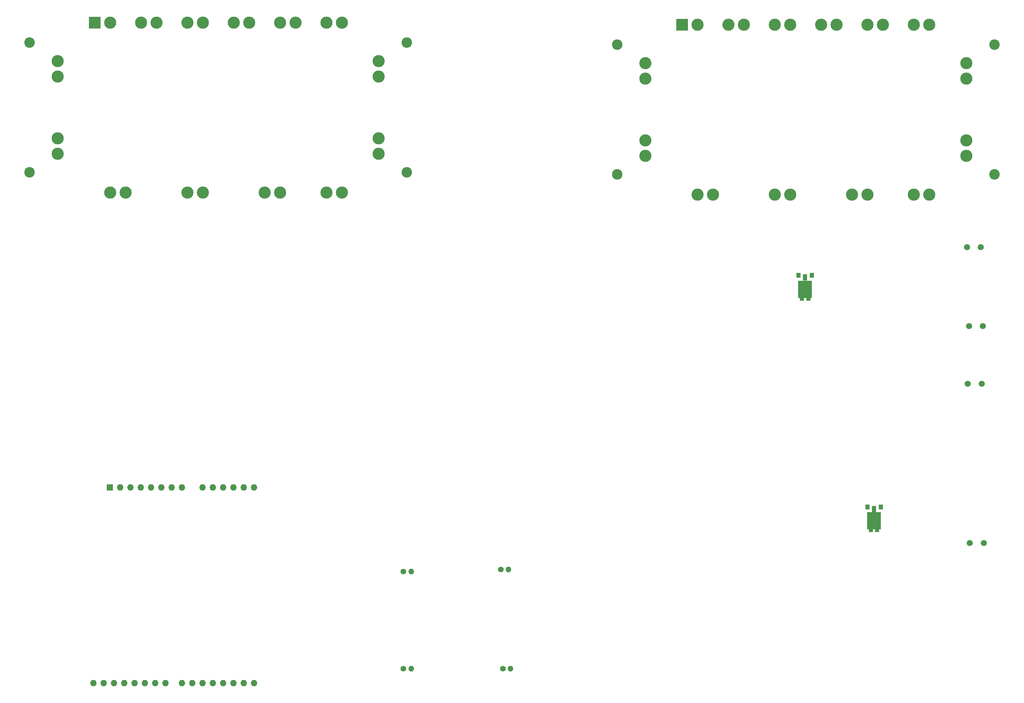
<source format=gbr>
%TF.GenerationSoftware,KiCad,Pcbnew,8.0.8*%
%TF.CreationDate,2025-10-15T12:51:47+03:00*%
%TF.ProjectId,isuzu investment 2,6973757a-7520-4696-9e76-6573746d656e,rev?*%
%TF.SameCoordinates,Original*%
%TF.FileFunction,Soldermask,Top*%
%TF.FilePolarity,Negative*%
%FSLAX46Y46*%
G04 Gerber Fmt 4.6, Leading zero omitted, Abs format (unit mm)*
G04 Created by KiCad (PCBNEW 8.0.8) date 2025-10-15 12:51:47*
%MOMM*%
%LPD*%
G01*
G04 APERTURE LIST*
%ADD10C,1.400000*%
%ADD11O,1.400000X1.400000*%
%ADD12C,1.500000*%
%ADD13R,1.100000X1.300000*%
%ADD14R,1.000000X0.650000*%
%ADD15R,1.000000X1.500000*%
%ADD16R,3.400000X4.300000*%
%ADD17C,2.600000*%
%ADD18R,3.000000X3.000000*%
%ADD19C,3.000000*%
%ADD20R,1.600000X1.600000*%
%ADD21O,1.600000X1.600000*%
G04 APERTURE END LIST*
D10*
%TO.C,R6*%
X146600000Y-155500000D03*
D11*
X148500000Y-155500000D03*
%TD*%
D12*
%TO.C,R2*%
X262100000Y-95500000D03*
X265500000Y-95500000D03*
%TD*%
D10*
%TO.C,R8*%
X122600000Y-180000000D03*
D11*
X124500000Y-180000000D03*
%TD*%
D13*
%TO.C,M2*%
X220000000Y-82965000D03*
X223300000Y-82965000D03*
D14*
X220850000Y-88840000D03*
D15*
X221650000Y-83465000D03*
D16*
X221650000Y-86365000D03*
D14*
X222450000Y-88840000D03*
%TD*%
D12*
%TO.C,R4*%
X262300000Y-149000000D03*
X265700000Y-149000000D03*
%TD*%
%TO.C,R3*%
X261800000Y-109650000D03*
X265200000Y-109650000D03*
%TD*%
D10*
%TO.C,R5*%
X122600000Y-156000000D03*
D11*
X124500000Y-156000000D03*
%TD*%
D17*
%TO.C,U2*%
X30400000Y-25570000D03*
X30400000Y-57570000D03*
X123400000Y-25570000D03*
X123400000Y-57570000D03*
D18*
X46420000Y-20620000D03*
D19*
X50230000Y-20620000D03*
X57850000Y-20620000D03*
X61660000Y-20620000D03*
X69280000Y-20620000D03*
X73090000Y-20620000D03*
X80710000Y-20620000D03*
X84520000Y-20620000D03*
X92140000Y-20620000D03*
X95950000Y-20620000D03*
X103570000Y-20620000D03*
X107380000Y-20620000D03*
X116500000Y-30140000D03*
X116500000Y-33950000D03*
X116500000Y-49190000D03*
X116500000Y-53000000D03*
X107380000Y-62520000D03*
X103570000Y-62520000D03*
X92140000Y-62520000D03*
X88330000Y-62520000D03*
X73090000Y-62520000D03*
X69280000Y-62520000D03*
X54040000Y-62520000D03*
X50230000Y-62520000D03*
X37300000Y-53000000D03*
X37300000Y-49190000D03*
X37300000Y-33950000D03*
X37300000Y-30140000D03*
%TD*%
D20*
%TO.C,A1*%
X50140000Y-135240000D03*
D21*
X52680000Y-135240000D03*
X55220000Y-135240000D03*
X57760000Y-135240000D03*
X60300000Y-135240000D03*
X62840000Y-135240000D03*
X65380000Y-135240000D03*
X67920000Y-135240000D03*
X73000000Y-135240000D03*
X75540000Y-135240000D03*
X78080000Y-135240000D03*
X80620000Y-135240000D03*
X83160000Y-135240000D03*
X85700000Y-135240000D03*
X85700000Y-183500000D03*
X83160000Y-183500000D03*
X80620000Y-183500000D03*
X78080000Y-183500000D03*
X75540000Y-183500000D03*
X73000000Y-183500000D03*
X70460000Y-183500000D03*
X67920000Y-183500000D03*
X63860000Y-183500000D03*
X61320000Y-183500000D03*
X58780000Y-183500000D03*
X56240000Y-183500000D03*
X53700000Y-183500000D03*
X51160000Y-183500000D03*
X48620000Y-183500000D03*
X46080000Y-183500000D03*
%TD*%
D12*
%TO.C,R1*%
X261600000Y-76000000D03*
X265000000Y-76000000D03*
%TD*%
D17*
%TO.C,U1*%
X175330000Y-26050000D03*
X175330000Y-58050000D03*
X268330000Y-26050000D03*
X268330000Y-58050000D03*
D18*
X191350000Y-21100000D03*
D19*
X195160000Y-21100000D03*
X202780000Y-21100000D03*
X206590000Y-21100000D03*
X214210000Y-21100000D03*
X218020000Y-21100000D03*
X225640000Y-21100000D03*
X229450000Y-21100000D03*
X237070000Y-21100000D03*
X240880000Y-21100000D03*
X248500000Y-21100000D03*
X252310000Y-21100000D03*
X261430000Y-30620000D03*
X261430000Y-34430000D03*
X261430000Y-49670000D03*
X261430000Y-53480000D03*
X252310000Y-63000000D03*
X248500000Y-63000000D03*
X237070000Y-63000000D03*
X233260000Y-63000000D03*
X218020000Y-63000000D03*
X214210000Y-63000000D03*
X198970000Y-63000000D03*
X195160000Y-63000000D03*
X182230000Y-53480000D03*
X182230000Y-49670000D03*
X182230000Y-34430000D03*
X182230000Y-30620000D03*
%TD*%
D13*
%TO.C,M1*%
X237000000Y-140055000D03*
X240300000Y-140055000D03*
D14*
X237850000Y-145930000D03*
D15*
X238650000Y-140555000D03*
D16*
X238650000Y-143455000D03*
D14*
X239450000Y-145930000D03*
%TD*%
D10*
%TO.C,R7*%
X147095000Y-180000000D03*
D11*
X148995000Y-180000000D03*
%TD*%
M02*

</source>
